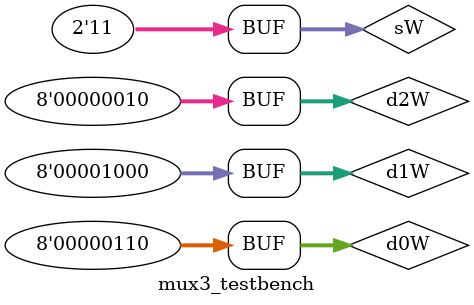
<source format=sv>

module mux3 #(parameter WIDTH = 8)(
				  input logic [WIDTH-1:0] d0, d1, d2,
				  input logic [1:0]s,
				  output logic [WIDTH-1:0] y
	);
	
	always_comb
	 case(s)
      2'b00: y = d0;
      2'b01: y = d1;
      2'b10: y = d2;
      2'b11: y = 2'bxx; //undefined
		default: y = 2'bxx; //undefined
    endcase
endmodule

module mux3_testbench;

		  logic [7:0] d0W;
		  logic [7:0] d1W;
		  logic [7:0] d2W;
		  logic [1:0] sW;
		  logic [7:0] yW;

	mux3#(8) mux3_test(
				  .d0(d0W), 
				  .d1(d1W), 
				  .d2(d2W),
				  .s(sW),
				  .y(yW)
	);


initial begin
	d0W <= 6;
	d1W <= 8;
	d2W <= 2;
	sW <= 2'b00;
	#5;
	sW <= 2'b01;
	#5;
	sW <= 2'b10;
	#5;
	sW <= 2'b11;
	#5;

end

endmodule
</source>
